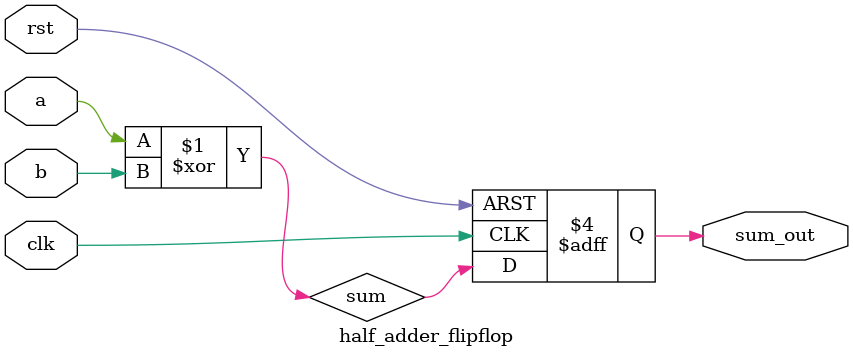
<source format=v>
module half_adder_flipflop (
    input wire clk,
    input wire rst,
    input wire a,
    input wire b,
    output reg sum_out
);

wire sum, carry;

assign sum   = a ^ b; // XOR gate for sum
assign carry = a & b; // AND gate for carry (not stored)

always @(posedge clk or posedge rst) begin
    if (rst)
        sum_out <= 0;
    else
        sum_out <= sum;
end

endmodule

</source>
